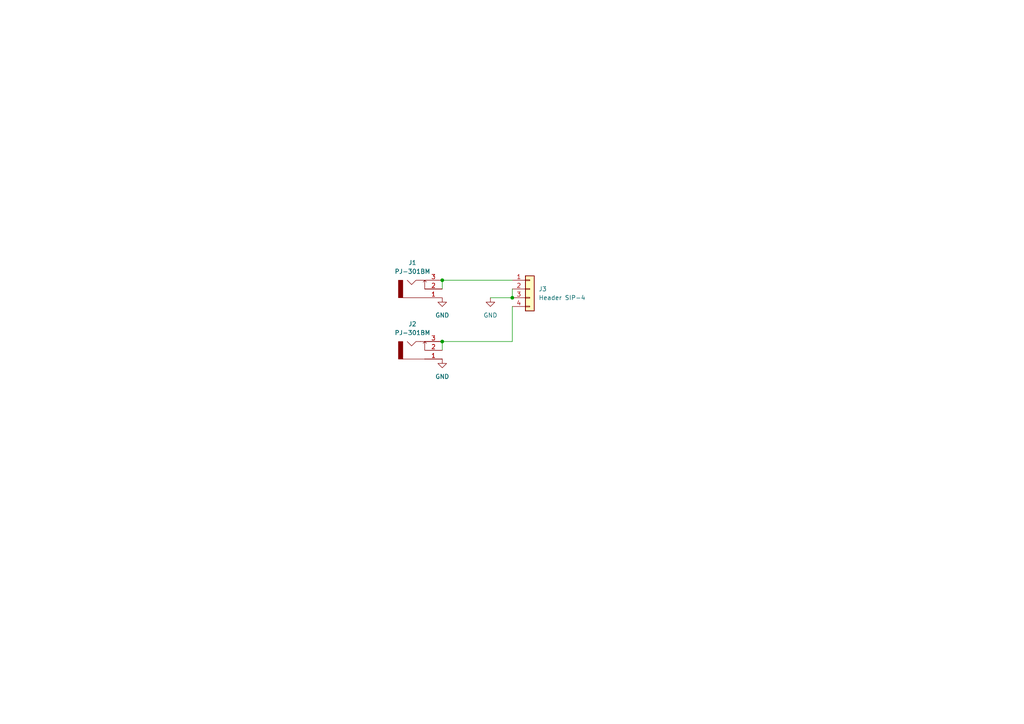
<source format=kicad_sch>
(kicad_sch (version 20250114) (generator "eeschema") (generator_version "9.0")
  (paper "A4")
  (title_block (title "Scanner Vibrato IO") (date "2024-11-17") (rev "A") (company "Osprey Instruments"))
  (lib_symbols
    (symbol "Connector_Generic:Conn_01x04" (pin_names (offset 1.016) (hide yes))
      (property "Reference" "J" (at 0 5.08 0))
      (property "Value" "Conn_01x04" (at 0 -7.62 0))
      (symbol "Conn_01x04_1_1"
        (rectangle (start -1.27 3.81) (end 1.27 -6.35) (stroke (width 0.254)) (fill (type background)))
        (rectangle (start -1.27 2.667) (end 0 2.413) (stroke (width 0.1524)))
        (rectangle (start -1.27 0.127) (end 0 -0.127) (stroke (width 0.1524)))
        (rectangle (start -1.27 -2.413) (end 0 -2.667) (stroke (width 0.1524)))
        (rectangle (start -1.27 -4.953) (end 0 -5.207) (stroke (width 0.1524)))
        (pin passive line (at -5.08 2.54 0) (length 3.81) (name "Pin_1") (number "1"))
        (pin passive line (at -5.08 0 0) (length 3.81) (name "Pin_2") (number "2"))
        (pin passive line (at -5.08 -2.54 0) (length 3.81) (name "Pin_3") (number "3"))
        (pin passive line (at -5.08 -5.08 0) (length 3.81) (name "Pin_4") (number "4"))
      )
    )
    (symbol "OspreyIntruments:3.5mm_TS_SW_End"
      (property "Reference" "J" (at -4.572 4.572 0))
      (property "Value" "PJ-301BM" (at 0 -4.064 0))
      (symbol "3.5mm_TS_SW_End_0_1"
        (polyline (pts (xy -2.54 2.54) (xy -1.27 1.27) (xy 0 2.54) (xy 1.27 2.54)))
        (polyline (pts (xy 1.27 2.54) (xy 2.54 2.54)))
        (polyline (pts (xy 2.54 2.54) (xy 2.0738 2.0178)))
        (polyline (pts (xy 2.54 2.54) (xy 2.54 0)))
        (polyline (pts (xy 2.54 2.54) (xy 3.0349 2.0431)))
        (polyline (pts (xy 2.54 -2.54) (xy -3.81 -2.54)))
      )
      (symbol "3.5mm_TS_SW_End_1_1"
        (rectangle (start -5.08 2.54) (end -3.81 -2.54) (fill (type outline)))
        (pin passive line (at 7.62 2.54 180) (length 5.08) (name "T") (number "3"))
        (pin passive line (at 7.62 0 180) (length 5.08) (name "SW") (number "2"))
        (pin passive line (at 7.62 -2.54 180) (length 5.08) (name "S") (number "1"))
      )
    )
    (symbol "power:GND" (power) (pin_numbers (hide yes)) (pin_names (offset 0) (hide yes))
      (property "Value" "GND" (at 0 -3.81 0))
      (symbol "GND_0_1"
        (polyline (pts (xy 0 0) (xy 0 -1.27) (xy 1.27 -1.27) (xy 0 -2.54) (xy -1.27 -1.27) (xy 0 -1.27)))
      )
      (symbol "GND_1_1"
        (pin power_in line (at 0 0 270) (length 0) (name "~") (number "1"))
      )
    )
  )
  (junction (at 128.27 99.06))
  (junction (at 148.59 86.36))
  (junction (at 128.27 81.28))
  (wire (pts (xy 128.27 81.28) (xy 148.59 81.28)))
  (wire (pts (xy 142.24 86.36) (xy 148.59 86.36)))
  (wire (pts (xy 148.59 99.06) (xy 128.27 99.06)))
  (wire (pts (xy 148.59 83.82) (xy 148.59 86.36)))
  (wire (pts (xy 148.59 88.9) (xy 148.59 99.06)))
  (wire (pts (xy 128.27 99.06) (xy 128.27 101.6)))
  (wire (pts (xy 128.27 81.28) (xy 128.27 83.82)))
  (symbol (lib_id "Connector_Generic:Conn_01x04") (at 153.67 83.82 0) (unit 1)
    (property "Reference" "J3" (at 156.21 83.8199 0) (effects (justify left)))
    (property "Value" "Header SIP-4" (at 156.21 86.3599 0) (effects (justify left)))
    (property "Footprint" "Connector_PinHeader_2.54mm:PinHeader_1x04_P2.54mm_Vertical" (effects (hide yes)))
    (property "Datasheet" "https://app.adam-tech.com/products/download/data_sheet/201605/ph1-xx-ua-data-sheet.pdf" (effects (hide yes)))
    (property "Description" "CONN HEADER VERT 4POS 2.54MM" (effects (hide yes)))
    (property "Manufacturer" "Adam Tech" (effects (hide yes)))
    (property "Part Number" "PH1-04-UA" (effects (hide yes)))
  )
  (symbol (lib_id "power:GND") (at 128.27 104.14 0) (unit 1)
    (property "Reference" "#PWR02" (effects (hide yes)))
    (property "Value" "GND" (at 128.27 109.22 0))
    (property "Description" "Power symbol creates a global label with name \"GND\" , ground" (effects (hide yes)))
  )
  (symbol (lib_id "OspreyIntruments:3.5mm_TS_SW_End") (at 120.65 83.82 0) (unit 1)
    (property "Reference" "J1" (at 119.6274 76.2 0))
    (property "Value" "PJ-301BM" (at 119.6274 78.74 0))
    (property "Footprint" "Osprey:PJ-301BM" (effects (hide yes)))
    (property "Datasheet" "http://www.taydaelectronics.com/datasheets/files/A-2566.pdf" (effects (hide yes)))
    (property "Description" "PJ-301BM 3.5mm Mono Phone Jack" (effects (hide yes)))
    (property "Manufacturer" "TAYDA" (effects (hide yes)))
    (property "Part Number" "PJ-301BM" (effects (hide yes)))
    (property "Distributor" "TAYDA" (effects (hide yes)))
    (property "SKU" " A-2566" (effects (hide yes)))
  )
  (symbol (lib_id "power:GND") (at 128.27 86.36 0) (unit 1)
    (property "Reference" "#PWR01" (effects (hide yes)))
    (property "Value" "GND" (at 128.27 91.44 0))
    (property "Description" "Power symbol creates a global label with name \"GND\" , ground" (effects (hide yes)))
  )
  (symbol (lib_id "power:GND") (at 142.24 86.36 0) (unit 1)
    (property "Reference" "#PWR03" (effects (hide yes)))
    (property "Value" "GND" (at 142.24 91.44 0))
    (property "Description" "Power symbol creates a global label with name \"GND\" , ground" (effects (hide yes)))
  )
  (symbol (lib_id "OspreyIntruments:3.5mm_TS_SW_End") (at 120.65 101.6 0) (unit 1)
    (property "Reference" "J2" (at 119.6274 93.98 0))
    (property "Value" "PJ-301BM" (at 119.6274 96.52 0))
    (property "Footprint" "Osprey:PJ-301BM" (effects (hide yes)))
    (property "Datasheet" "http://www.taydaelectronics.com/datasheets/files/A-2566.pdf" (effects (hide yes)))
    (property "Description" "PJ-301BM 3.5mm Mono Phone Jack" (effects (hide yes)))
    (property "Manufacturer" "TAYDA" (effects (hide yes)))
    (property "Part Number" "PJ-301BM" (effects (hide yes)))
    (property "Distributor" "TAYDA" (effects (hide yes)))
    (property "SKU" " A-2566" (effects (hide yes)))
  )
)
</source>
